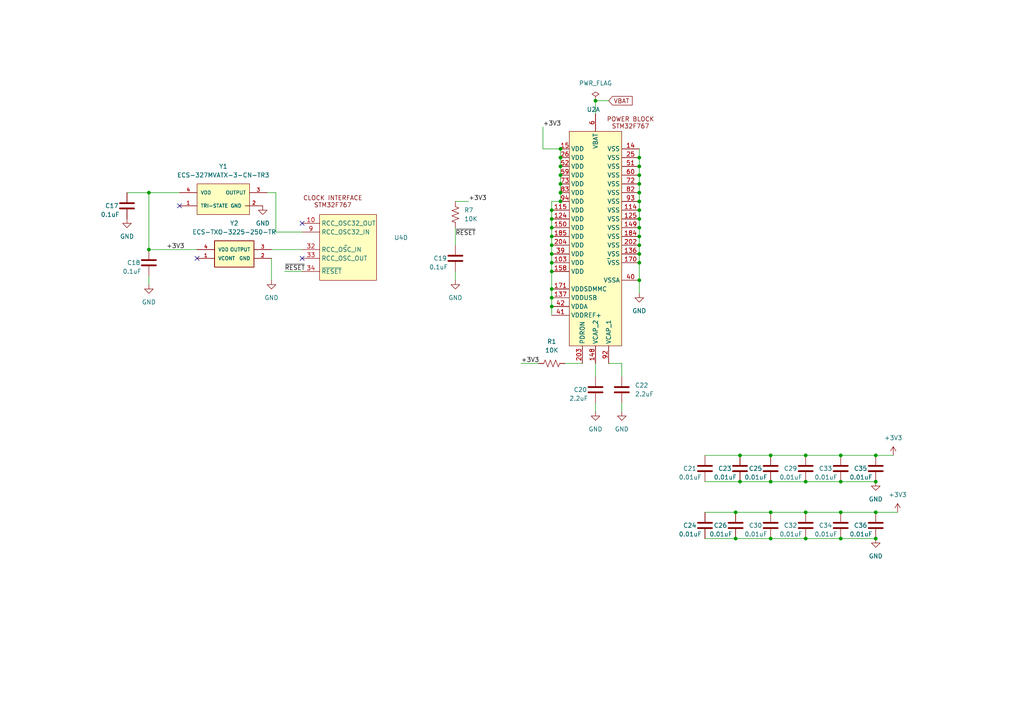
<source format=kicad_sch>
(kicad_sch (version 20230121) (generator eeschema)
  (paper "A4")
  (lib_symbols
    (symbol "Device:C" (pin_numbers hide) (pin_names (offset 0.254))
      (property "Reference" "C" (at 0.635 2.54 0))
      (property "Value" "C" (at 0.635 -2.54 0))
      (symbol "C_0_1"
        (polyline (pts (xy -2.032 -0.762) (xy 2.032 -0.762)) (stroke (width 0.508)))
        (polyline (pts (xy -2.032 0.762) (xy 2.032 0.762)) (stroke (width 0.508)))
      )
      (symbol "C_1_1"
        (pin passive line (at 0 3.81 270) (length 2.794) (name "~") (number "1"))
        (pin passive line (at 0 -3.81 90) (length 2.794) (name "~") (number "2"))
      )
    )
    (symbol "Device:R_US" (pin_numbers hide) (pin_names (offset 0))
      (property "Reference" "R" (at 2.54 0 90))
      (property "Value" "R_US" (at -2.54 0 90))
      (symbol "R_US_0_1"
        (polyline (pts (xy 0 -2.286) (xy 0 -2.54)))
        (polyline (pts (xy 0 2.286) (xy 0 2.54)))
        (polyline (pts (xy 0 -0.762) (xy 1.016 -1.143) (xy 0 -1.524) (xy -1.016 -1.905) (xy 0 -2.286)))
        (polyline (pts (xy 0 0.762) (xy 1.016 0.381) (xy 0 0) (xy -1.016 -0.381) (xy 0 -0.762)))
        (polyline (pts (xy 0 2.286) (xy 1.016 1.905) (xy 0 1.524) (xy -1.016 1.143) (xy 0 0.762)))
      )
      (symbol "R_US_1_1"
        (pin passive line (at 0 3.81 270) (length 1.27) (name "~") (number "1"))
        (pin passive line (at 0 -3.81 90) (length 1.27) (name "~") (number "2"))
      )
    )
    (symbol "Local_symbols:ECS-327MVATX-3-CN-TR3" (pin_names (offset 1.016))
      (property "Reference" "Y" (at -7.62 5.08 0))
      (property "Value" "ECS-327MVATX-3-CN-TR3" (at -11.43 -7.62 0))
      (symbol "ECS-327MVATX-3-CN-TR3_0_0"
        (rectangle (start -7.62 3.81) (end 7.62 -5.08) (stroke (width 0.1524)) (fill (type background)))
        (pin input line (at -12.7 -2.54 0) (length 5.08) (name "TRI-STATE") (number "1"))
        (pin power_in line (at 11.43 -2.54 180) (length 5.08) (name "GND") (number "2"))
        (pin output line (at 12.7 1.27 180) (length 5.08) (name "OUTPUT") (number "3"))
        (pin input line (at -12.7 1.27 0) (length 5.08) (name "VDD") (number "4"))
      )
    )
    (symbol "Local_symbols:ECS-TXO-3225-250-TR" (pin_names (offset 1.016))
      (property "Reference" "Y" (at -10.16 7.62 0))
      (property "Value" "ECS-TXO-3225-250-TR" (at -10.16 5.08 0))
      (symbol "ECS-TXO-3225-250-TR_0_0"
        (rectangle (start -5.08 3.81) (end 6.35 -3.81) (stroke (width 0.254)) (fill (type background)))
        (pin input line (at -10.16 -1.27 0) (length 5.08) (name "VCONT") (number "1"))
        (pin power_in line (at 11.43 -1.27 180) (length 5.08) (name "GND") (number "2"))
        (pin output line (at 11.43 1.27 180) (length 5.08) (name "OUTPUT") (number "3"))
        (pin input line (at -10.16 1.27 0) (length 5.08) (name "VDD") (number "4"))
      )
    )
    (symbol "Local_symbols:STM32F767BGT6"
      (property "Reference" "U" (at -11.43 74.93 0))
      (symbol "STM32F767BGT6_1_1"
        (rectangle (start -15.24 35.56) (end 0 -26.67) (fill (type background)))
        (text "POWER BLOCK\nSTM32F767\n" (at 2.54 38.1 0) (effects (font (size 1.27 1.27))))
        (pin power_in line (at -20.32 -2.54 0) (length 5.08) (name "VDD") (number "103"))
        (pin power_in line (at 5.08 12.7 180) (length 5.08) (name "VSS") (number "114"))
        (pin power_in line (at -20.32 12.7 0) (length 5.08) (name "VDD") (number "115"))
        (pin power_in line (at -20.32 10.16 0) (length 5.08) (name "VDD") (number "124"))
        (pin power_in line (at 5.08 10.16 180) (length 5.08) (name "VSS") (number "125"))
        (pin power_in line (at 5.08 0 180) (length 5.08) (name "VSS") (number "136"))
        (pin power_in line (at -20.32 -12.7 0) (length 5.08) (name "VDDUSB") (number "137"))
        (pin power_in line (at 5.08 30.48 180) (length 5.08) (name "VSS") (number "14"))
        (pin passive line (at -7.62 -31.75 90) (length 5.08) (name "VCAP_2") (number "148"))
        (pin power_in line (at 5.08 7.62 180) (length 5.08) (name "VSS") (number "149"))
        (pin power_in line (at -17.78 30.48 0) (length 2.54) (name "VDD") (number "15"))
        (pin power_in line (at -20.32 7.62 0) (length 5.08) (name "VDD") (number "150"))
        (pin power_in line (at -20.32 -5.08 0) (length 5.08) (name "VDD") (number "158"))
        (pin power_in line (at 5.08 -2.54 180) (length 5.08) (name "VSS") (number "170"))
        (pin power_in line (at -20.32 -10.16 0) (length 5.08) (name "VDDSDMMC") (number "171"))
        (pin power_in line (at 5.08 5.08 180) (length 5.08) (name "VSS") (number "184"))
        (pin power_in line (at -20.32 5.08 0) (length 5.08) (name "VDD") (number "185"))
        (pin power_in line (at 5.08 2.54 180) (length 5.08) (name "VSS") (number "202"))
        (pin passive line (at -11.43 -31.75 90) (length 5.08) (name "PDRON") (number "203"))
        (pin power_in line (at -20.32 2.54 0) (length 5.08) (name "VDD") (number "204"))
        (pin power_in line (at 5.08 27.94 180) (length 5.08) (name "VSS") (number "25"))
        (pin power_in line (at -17.78 27.94 0) (length 2.54) (name "VDD") (number "26"))
        (pin power_in line (at -20.32 0 0) (length 5.08) (name "VDD") (number "39"))
        (pin power_in line (at 5.08 -7.62 180) (length 5.08) (name "VSSA") (number "40"))
        (pin power_in line (at -20.32 -17.78 0) (length 5.08) (name "VDDREF+") (number "41"))
        (pin power_in line (at -20.32 -15.24 0) (length 5.08) (name "VDDA") (number "42"))
        (pin power_in line (at 5.08 25.4 180) (length 5.08) (name "VSS") (number "51"))
        (pin power_in line (at -17.78 25.4 0) (length 2.54) (name "VDD") (number "52"))
        (pin power_in line (at -17.78 22.86 0) (length 2.54) (name "VDD") (number "59"))
        (pin power_in line (at -7.62 40.64 270) (length 5.08) (name "VBAT") (number "6"))
        (pin power_in line (at 5.08 22.86 180) (length 5.08) (name "VSS") (number "60"))
        (pin power_in line (at 5.08 20.32 180) (length 5.08) (name "VSS") (number "72"))
        (pin power_in line (at -17.78 20.32 0) (length 2.54) (name "VDD") (number "73"))
        (pin power_in line (at 5.08 17.78 180) (length 5.08) (name "VSS") (number "82"))
        (pin power_in line (at -17.78 17.78 0) (length 2.54) (name "VDD") (number "83"))
        (pin passive line (at -3.81 -31.75 90) (length 5.08) (name "VCAP_1") (number "92"))
        (pin power_in line (at 5.08 15.24 180) (length 5.08) (name "VSS") (number "93"))
        (pin power_in line (at -17.78 15.24 0) (length 2.54) (name "VDD") (number "94"))
      )
      (symbol "STM32F767BGT6_2_1"
        (rectangle (start -15.24 69.85) (end 7.62 -39.37) (fill (type background)))
        (text "SDRAM INTERFACE\nSTM32F767" (at -3.81 72.39 0) (effects (font (size 1.27 1.27))))
        (pin bidirectional line (at -20.32 64.77 0) (length 5.08) (name "FMC_A23") (number "1") (alternate "PE2" bidirectional line))
        (pin bidirectional line (at 12.7 31.75 180) (length 5.08) (name "FMC_D13") (number "108"))
        (pin bidirectional line (at 12.7 34.29 180) (length 5.08) (name "FMC_D14") (number "109"))
        (pin bidirectional line (at 12.7 36.83 180) (length 5.08) (name "FMC_D15") (number "110"))
        (pin bidirectional line (at -20.32 46.99 0) (length 5.08) (name "FMC_A16") (number "111") (alternate "PD11" bidirectional line))
        (pin bidirectional line (at -20.32 49.53 0) (length 5.08) (name "FMC_A17") (number "112") (alternate "PD12" bidirectional line))
        (pin bidirectional line (at -20.32 52.07 0) (length 5.08) (name "FMC_A18") (number "113") (alternate "PD13" bidirectional line))
        (pin bidirectional line (at 12.7 -1.27 180) (length 5.08) (name "FMC_D0") (number "116"))
        (pin bidirectional line (at 12.7 1.27 180) (length 5.08) (name "FMC_D1") (number "117"))
        (pin bidirectional line (at -20.32 36.83 0) (length 5.08) (name "FMC_A12") (number "129"))
        (pin bidirectional line (at -20.32 39.37 0) (length 5.08) (name "FMC_A13") (number "130") (alternate "PG3" bidirectional line))
        (pin bidirectional line (at -20.32 41.91 0) (length 5.08) (name "FMC_A14/FMC_BA0") (number "131"))
        (pin bidirectional line (at -20.32 44.45 0) (length 5.08) (name "FMC_A15/FMC_BA1") (number "132"))
        (pin bidirectional line (at -20.32 -35.56 0) (length 5.08) (name "FMC_SDCLK") (number "135"))
        (pin bidirectional line (at 12.7 -12.7 180) (length 5.08) (name "~{FMC_E1}") (number "139") (alternate "PC7" tri_state line))
        (pin bidirectional line (at -20.32 6.35 0) (length 5.08) (name "FMC_A0") (number "16"))
        (pin bidirectional line (at 12.7 3.81 180) (length 5.08) (name "FMC_D2") (number "164"))
        (pin bidirectional line (at 12.7 6.35 180) (length 5.08) (name "FMC_D3") (number "165"))
        (pin bidirectional line (at 12.7 -17.78 180) (length 5.08) (name "~{FMC_OE}") (number "168") (alternate "PD4" bidirectional line))
        (pin bidirectional line (at 12.7 -20.32 180) (length 5.08) (name "~{FMC_WE}") (number "169") (alternate "PD5" bidirectional line))
        (pin bidirectional line (at -20.32 8.89 0) (length 5.08) (name "FMC_A1") (number "17"))
        (pin bidirectional line (at -20.32 11.43 0) (length 5.08) (name "FMC_A2") (number "18"))
        (pin bidirectional line (at -20.32 67.31 0) (length 5.08) (name "FMC_A24") (number "182") (alternate "PG13" bidirectional line))
        (pin bidirectional line (at -20.32 -22.86 0) (length 5.08) (name "~{FMC_SDCAS}") (number "191"))
        (pin bidirectional line (at 12.7 -15.24 180) (length 5.08) (name "~{FMC_L}") (number "196") (alternate "PB7" bidirectional line))
        (pin bidirectional line (at -20.32 54.61 0) (length 5.08) (name "FMC_A19") (number "2") (alternate "PE3" bidirectional line))
        (pin bidirectional line (at -20.32 -15.24 0) (length 5.08) (name "~{FMC_BL0}") (number "200"))
        (pin bidirectional line (at -20.32 -12.7 0) (length 5.08) (name "~{FMC_BL1}") (number "201"))
        (pin bidirectional line (at -20.32 13.97 0) (length 5.08) (name "FMC_A3") (number "22"))
        (pin bidirectional line (at -20.32 16.51 0) (length 5.08) (name "FMC_A4") (number "23"))
        (pin bidirectional line (at -20.32 19.05 0) (length 5.08) (name "FMC_A5") (number "24"))
        (pin bidirectional line (at -20.32 57.15 0) (length 5.08) (name "FMC_A20") (number "3") (alternate "PE4" bidirectional line))
        (pin bidirectional line (at -20.32 -20.32 0) (length 5.08) (name "~{FMC_SDWE}") (number "35"))
        (pin bidirectional line (at -20.32 0 0) (length 5.08) (name "~{FMC_SDE0}") (number "37"))
        (pin bidirectional line (at -20.32 -33.02 0) (length 5.08) (name "FMC_SDCKE0") (number "38"))
        (pin bidirectional line (at -20.32 59.69 0) (length 5.08) (name "FMC_A21") (number "4") (alternate "PE5" bidirectional line))
        (pin bidirectional line (at -20.32 62.23 0) (length 5.08) (name "FMC_A22") (number "5") (alternate "PE6" bidirectional line))
        (pin bidirectional line (at -20.32 -25.4 0) (length 5.08) (name "~{FMC_SDRAS}") (number "70"))
        (pin bidirectional line (at -20.32 21.59 0) (length 5.08) (name "FMC_A6") (number "71"))
        (pin bidirectional line (at -20.32 24.13 0) (length 5.08) (name "FMC_A7") (number "74"))
        (pin bidirectional line (at -20.32 26.67 0) (length 5.08) (name "FMC_A8") (number "75"))
        (pin bidirectional line (at -20.32 29.21 0) (length 5.08) (name "FMC_A9") (number "76"))
        (pin bidirectional line (at -20.32 31.75 0) (length 5.08) (name "FMC_A10") (number "77"))
        (pin bidirectional line (at -20.32 34.29 0) (length 5.08) (name "FMC_A11") (number "78"))
        (pin bidirectional line (at 12.7 8.89 180) (length 5.08) (name "FMC_D4") (number "79"))
        (pin bidirectional line (at 12.7 11.43 180) (length 5.08) (name "FMC_D5") (number "80"))
        (pin bidirectional line (at 12.7 13.97 180) (length 5.08) (name "FMC_D6") (number "81"))
        (pin bidirectional line (at 12.7 16.51 180) (length 5.08) (name "FMC_D7") (number "84"))
        (pin bidirectional line (at 12.7 19.05 180) (length 5.08) (name "FMC_D8") (number "85"))
        (pin bidirectional line (at 12.7 21.59 180) (length 5.08) (name "FMC_D9") (number "86"))
        (pin bidirectional line (at 12.7 24.13 180) (length 5.08) (name "FMC_D10") (number "87"))
        (pin bidirectional line (at 12.7 26.67 180) (length 5.08) (name "FMC_D11") (number "88"))
        (pin bidirectional line (at 12.7 29.21 180) (length 5.08) (name "FMC_D12") (number "89"))
        (pin bidirectional line (at -20.32 -2.54 0) (length 5.08) (name "~{FMC_SDE1}") (number "96") (alternate "PH6" bidirectional line))
        (pin bidirectional line (at -20.32 -30.48 0) (length 5.08) (name "FMC_SDCKE1") (number "97") (alternate "PH7" bidirectional line))
      )
      (symbol "STM32F767BGT6_3_1"
        (rectangle (start -16.51 8.89) (end 2.54 -12.7) (fill (type background)))
        (text "QUAD_SPI\nSTM32F767" (at -7.62 11.43 0) (effects (font (size 1.27 1.27))))
        (pin bidirectional line (at -21.59 -2.54 0) (length 5.08) (name "QUADSPI_BK1_IO3") (number "27"))
        (pin bidirectional line (at -21.59 0 0) (length 5.08) (name "QUADSPI_BK1_IO2") (number "28"))
        (pin bidirectional line (at -21.59 5.08 0) (length 5.08) (name "QUADSPI_BK1_IO0") (number "29"))
        (pin bidirectional line (at -21.59 2.54 0) (length 5.08) (name "QUADSPI_BK1_IO1") (number "30"))
        (pin bidirectional line (at -21.59 -7.62 0) (length 5.08) (name "QUADSPI_CLK") (number "31"))
        (pin bidirectional line (at -21.59 -10.16 0) (length 5.08) (name "~{QUADSPI_BK1_CS}") (number "90"))
      )
      (symbol "STM32F767BGT6_4_1"
        (rectangle (start -11.43 7.62) (end 5.08 -11.43) (fill (type background)))
        (text "CLOCK INTERFACE\nSTM32F767" (at -7.62 11.43 0) (effects (font (size 1.27 1.27))))
        (pin output line (at -16.51 5.08 0) (length 5.08) (name "RCC_OSC32_OUT") (number "10"))
        (pin input line (at -16.51 -2.54 0) (length 5.08) (name "RCC_OSC_IN") (number "32"))
        (pin output line (at -16.51 -5.08 0) (length 5.08) (name "RCC_OSC_OUT") (number "33"))
        (pin input line (at -16.51 -8.89 0) (length 5.08) (name "~{RESET}") (number "34"))
        (pin input line (at -16.51 2.54 0) (length 5.08) (name "RCC_OSC32_IN") (number "9"))
      )
      (symbol "STM32F767BGT6_5_1"
        (rectangle (start -6.35 8.89) (end 6.35 -11.43) (fill (type background)))
        (text "JTAG INTERFACE\nSTM32F767" (at 0 11.43 0) (effects (font (size 1.27 1.27))))
        (pin bidirectional line (at -11.43 6.35 0) (length 5.08) (name "TMS_SWDIO") (number "147"))
        (pin input line (at -11.43 3.81 0) (length 5.08) (name "TCK_SWCLK") (number "159"))
        (pin input line (at -11.43 -1.27 0) (length 5.08) (name "TDI") (number "160"))
        (pin bidirectional line (at -11.43 1.27 0) (length 5.08) (name "TDO_SW0") (number "192"))
        (pin input line (at -11.43 -3.81 0) (length 5.08) (name "TRST") (number "193"))
        (pin input line (at -11.43 -8.89 0) (length 5.08) (name "BOOT0") (number "197"))
      )
      (symbol "STM32F767BGT6_6_1"
        (rectangle (start -8.89 12.7) (end 8.89 -25.4) (fill (type background)))
        (text "ETHERNET INTERFACE\nSTM32F767" (at 0 15.24 0) (effects (font (size 1.27 1.27))))
        (pin output line (at -13.97 5.08 0) (length 5.08) (name "ETH_TXD0") (number "104"))
        (pin output line (at -13.97 2.54 0) (length 5.08) (name "ETH_TXD1") (number "105"))
        (pin output line (at -13.97 -17.78 0) (length 5.08) (name "ETH_MDC") (number "36"))
        (pin input line (at -13.97 -12.7 0) (length 5.08) (name "ETH_REF_CLK") (number "44"))
        (pin bidirectional line (at -13.97 -20.32 0) (length 5.08) (name "ETH_MDIO") (number "45"))
        (pin output line (at -13.97 -10.16 0) (length 5.08) (name "ETH_CRS_DV") (number "56"))
        (pin input line (at -13.97 -2.54 0) (length 5.08) (name "ETH_RXD0") (number "57"))
        (pin input line (at -13.97 -5.08 0) (length 5.08) (name "ETH_RXD1") (number "58"))
        (pin output line (at -13.97 8.89 0) (length 5.08) (name "ETH_TX_EN") (number "91"))
      )
      (symbol "STM32F767BGT6_7_1"
        (rectangle (start -15.24 35.56) (end 0 -53.34) (fill (type background)))
        (text "LCD INTERFACE\nSTM32F767\n" (at -7.62 38.1 0) (effects (font (size 1.27 1.27))))
        (pin output line (at 5.08 27.94 180) (length 5.08) (name "LCD_VSYNC") (number "11"))
        (pin output line (at 5.08 25.4 180) (length 5.08) (name "LCD_HSYNC") (number "12"))
        (pin output line (at 5.08 -17.78 180) (length 5.08) (name "LCD_G3") (number "122"))
        (pin output line (at 5.08 -15.24 180) (length 5.08) (name "LCD_G4") (number "123"))
        (pin output line (at 5.08 -7.62 180) (length 5.08) (name "LCD_G7") (number "128"))
        (pin output line (at 5.08 -10.16 180) (length 5.08) (name "LCD_G6") (number "13"))
        (pin output line (at 5.08 2.54 180) (length 5.08) (name "LCD_B2") (number "172"))
        (pin output line (at 5.08 -2.54 180) (length 5.08) (name "LCD_B0") (number "174"))
        (pin output line (at 5.08 0 180) (length 5.08) (name "LCD_B1") (number "175"))
        (pin output line (at 5.08 5.08 180) (length 5.08) (name "LCD_B3") (number "177"))
        (pin output line (at 5.08 7.62 180) (length 5.08) (name "LCD_B4") (number "181"))
        (pin output line (at 5.08 12.7 180) (length 5.08) (name "LCD_B6") (number "188"))
        (pin output line (at 5.08 15.24 180) (length 5.08) (name "LCD_B7") (number "189"))
        (pin output line (at 5.08 30.48 180) (length 5.08) (name "LCD_DE") (number "190"))
        (pin output line (at 5.08 22.86 180) (length 5.08) (name "LCD_CLK") (number "21"))
        (pin output line (at 5.08 -49.53 180) (length 5.08) (name "LCD_R0") (number "46"))
        (pin output line (at 5.08 -46.99 180) (length 5.08) (name "LCD_R1") (number "47"))
        (pin output line (at 5.08 -12.7 180) (length 5.08) (name "LCD_G5") (number "48"))
        (pin output line (at 5.08 10.16 180) (length 5.08) (name "LCD_B5") (number "50"))
        (pin output line (at 5.08 -39.37 180) (length 5.08) (name "LCD_R4") (number "54"))
        (pin output line (at 5.08 -20.32 180) (length 5.08) (name "LCD_G2") (number "55"))
        (pin output line (at 5.08 -22.86 180) (length 5.08) (name "LCD_G1") (number "61"))
        (pin output line (at 5.08 -25.4 180) (length 5.08) (name "LCD_G0") (number "62"))
        (pin output line (at 5.08 -31.75 180) (length 5.08) (name "LCD_R7") (number "65"))
        (pin output line (at 5.08 -44.45 180) (length 5.08) (name "LCD_R2") (number "66"))
        (pin output line (at 5.08 -41.91 180) (length 5.08) (name "LCD_R3") (number "67"))
        (pin output line (at 5.08 -36.83 180) (length 5.08) (name "LCD_R5") (number "69"))
        (pin output line (at 5.08 -34.29 180) (length 5.08) (name "LCD_R6") (number "95"))
      )
      (symbol "STM32F767BGT6_8_1"
        (rectangle (start -11.43 2.54) (end 3.81 -15.24) (fill (type background)))
        (text "SDCARD INTERFACE\nSTM32F767" (at -2.54 5.08 0) (effects (font (size 1.27 1.27))))
        (pin bidirectional line (at 8.89 0 180) (length 5.08) (name "SDMMC1_D0") (number "140"))
        (pin bidirectional line (at 8.89 -2.54 180) (length 5.08) (name "SDMMC1_D1") (number "141"))
        (pin bidirectional line (at 8.89 -5.08 180) (length 5.08) (name "SDMMC1_D2") (number "161"))
        (pin bidirectional line (at 8.89 -7.62 180) (length 5.08) (name "SDMMC1_D3") (number "162"))
        (pin bidirectional line (at 8.89 -10.16 180) (length 5.08) (name "SDMMC1_CK") (number "163"))
        (pin bidirectional line (at 8.89 -12.7 180) (length 5.08) (name "SDMMC1_CMD") (number "166"))
      )
      (symbol "STM32F767BGT6_9_1"
        (rectangle (start -13.97 7.62) (end 5.08 -10.16) (fill (type background)))
        (text "USB INTERFACE\nSTM32F767" (at -2.54 10.16 0) (effects (font (size 1.27 1.27))))
        (pin bidirectional line (at 10.16 -3.81 180) (length 5.08) (name "USB_OTG_FS_SOF") (number "142"))
        (pin bidirectional line (at 10.16 -6.35 180) (length 5.08) (name "USB_OTG_FS_VBUS") (number "143"))
        (pin bidirectional line (at 10.16 3.81 180) (length 5.08) (name "USB_OTG_FS_ID") (number "144"))
        (pin bidirectional line (at 10.16 1.27 180) (length 5.08) (name "USB_OTG_FS_DM") (number "145"))
        (pin bidirectional line (at 10.16 -1.27 180) (length 5.08) (name "USB_OTG_FS_DP") (number "146"))
      )
      (symbol "STM32F767BGT6_10_1"
        (rectangle (start -15.24 35.56) (end -2.54 -52.07) (fill (type background)))
        (text "POWER BLOCK\nSTM32F767\n" (at 2.54 38.1 0) (effects (font (size 1.27 1.27))))
        (pin bidirectional line (at 2.54 -3.81 180) (length 5.08) (name "PH10") (number "100"))
        (pin bidirectional line (at 2.54 -6.35 180) (length 5.08) (name "PH11") (number "101"))
        (pin bidirectional line (at 2.54 -8.89 180) (length 5.08) (name "PH12") (number "102"))
        (pin bidirectional line (at -20.32 7.62 0) (length 5.08) (name "PB14") (number "106"))
        (pin bidirectional line (at -20.32 5.08 0) (length 5.08) (name "PB15") (number "107"))
        (pin bidirectional line (at 2.54 -24.13 180) (length 5.08) (name "PJ6") (number "118"))
        (pin bidirectional line (at 2.54 -26.67 180) (length 5.08) (name "PJ7") (number "119"))
        (pin bidirectional line (at 2.54 -29.21 180) (length 5.08) (name "PJ8") (number "120"))
        (pin bidirectional line (at 2.54 -31.75 180) (length 5.08) (name "PJ9") (number "121"))
        (pin bidirectional line (at 2.54 -39.37 180) (length 5.08) (name "PK0") (number "126"))
        (pin bidirectional line (at 2.54 -41.91 180) (length 5.08) (name "PK1") (number "127"))
        (pin bidirectional line (at 2.54 22.86 180) (length 5.08) (name "PG6") (number "133"))
        (pin bidirectional line (at 2.54 20.32 180) (length 5.08) (name "PG7") (number "134"))
        (pin bidirectional line (at -20.32 0 0) (length 5.08) (name "PC6") (number "138"))
        (pin bidirectional line (at 2.54 -11.43 180) (length 5.08) (name "PH13") (number "151"))
        (pin bidirectional line (at 2.54 -13.97 180) (length 5.08) (name "PH14") (number "152"))
        (pin bidirectional line (at 2.54 -16.51 180) (length 5.08) (name "PH15") (number "153"))
        (pin bidirectional line (at -20.32 -13.97 0) (length 5.08) (name "PI0") (number "154"))
        (pin bidirectional line (at -20.32 -16.51 0) (length 5.08) (name "PI1") (number "155"))
        (pin bidirectional line (at -20.32 -19.05 0) (length 5.08) (name "PI2") (number "156"))
        (pin bidirectional line (at -20.32 -21.59 0) (length 5.08) (name "PI3") (number "157"))
        (pin bidirectional line (at -20.32 -6.35 0) (length 5.08) (name "PD3") (number "167"))
        (pin bidirectional line (at -20.32 -8.89 0) (length 5.08) (name "PD7") (number "173"))
        (pin bidirectional line (at 2.54 -34.29 180) (length 5.08) (name "PJ14") (number "176"))
        (pin bidirectional line (at 2.54 17.78 180) (length 5.08) (name "PG9") (number "178"))
        (pin bidirectional line (at 2.54 15.24 180) (length 5.08) (name "PG10") (number "179"))
        (pin bidirectional line (at 2.54 12.7 180) (length 5.08) (name "PG11") (number "180"))
        (pin bidirectional line (at 2.54 10.16 180) (length 5.08) (name "PG14") (number "183"))
        (pin bidirectional line (at 2.54 -44.45 180) (length 5.08) (name "PK3") (number "186"))
        (pin bidirectional line (at 2.54 -46.99 180) (length 5.08) (name "PK4") (number "187"))
        (pin bidirectional line (at -20.32 -36.83 0) (length 5.08) (name "PI12") (number "19"))
        (pin bidirectional line (at -20.32 20.32 0) (length 5.08) (name "PB5") (number "194"))
        (pin bidirectional line (at -20.32 17.78 0) (length 5.08) (name "PB6") (number "195"))
        (pin bidirectional line (at -20.32 12.7 0) (length 5.08) (name "PB8") (number "198"))
        (pin bidirectional line (at -20.32 10.16 0) (length 5.08) (name "PB9") (number "199"))
        (pin bidirectional line (at -20.32 -39.37 0) (length 5.08) (name "PI13") (number "20"))
        (pin bidirectional line (at -20.32 -24.13 0) (length 5.08) (name "PI4") (number "205"))
        (pin bidirectional line (at -20.32 -26.67 0) (length 5.08) (name "PI5") (number "206"))
        (pin bidirectional line (at -20.32 -29.21 0) (length 5.08) (name "PI6") (number "207"))
        (pin bidirectional line (at -20.32 -31.75 0) (length 5.08) (name "PI7") (number "208"))
        (pin bidirectional line (at -20.32 30.48 0) (length 5.08) (name "PA0/WKUP") (number "43"))
        (pin bidirectional line (at 2.54 3.81 180) (length 5.08) (name "PH5") (number "49"))
        (pin bidirectional line (at -20.32 27.94 0) (length 5.08) (name "PA4") (number "53"))
        (pin bidirectional line (at -20.32 22.86 0) (length 5.08) (name "PB2") (number "63"))
        (pin bidirectional line (at -20.32 -41.91 0) (length 5.08) (name "PI15") (number "64"))
        (pin bidirectional line (at 2.54 -21.59 180) (length 5.08) (name "PJ3") (number "68"))
        (pin bidirectional line (at -20.32 -34.29 0) (length 5.08) (name "PI8") (number "7"))
        (pin bidirectional line (at -20.32 -2.54 0) (length 5.08) (name "PC13") (number "8"))
        (pin bidirectional line (at 2.54 1.27 180) (length 5.08) (name "PH8") (number "98"))
        (pin bidirectional line (at 2.54 -1.27 180) (length 5.08) (name "PH9") (number "99"))
      )
    )
    (symbol "power:+3V3" (power) (pin_names (offset 0))
      (property "Value" "+3V3" (at 0 3.556 0))
      (symbol "+3V3_0_1"
        (polyline (pts (xy -0.762 1.27) (xy 0 2.54)))
        (polyline (pts (xy 0 0) (xy 0 2.54)))
        (polyline (pts (xy 0 2.54) (xy 0.762 1.27)))
      )
      (symbol "+3V3_1_1"
        (pin power_in line (at 0 0 90) (length 0) hide (name "+3V3") (number "1"))
      )
    )
    (symbol "power:GND" (power) (pin_names (offset 0))
      (property "Value" "GND" (at 0 -3.81 0))
      (symbol "GND_0_1"
        (polyline (pts (xy 0 0) (xy 0 -1.27) (xy 1.27 -1.27) (xy 0 -2.54) (xy -1.27 -1.27) (xy 0 -1.27)))
      )
      (symbol "GND_1_1"
        (pin power_in line (at 0 0 270) (length 0) hide (name "GND") (number "1"))
      )
    )
    (symbol "power:PWR_FLAG" (power) (pin_numbers hide) (pin_names (offset 0) hide)
      (property "Value" "PWR_FLAG" (at 0 3.81 0))
      (symbol "PWR_FLAG_0_0"
        (pin power_out line (at 0 0 90) (length 0) (name "pwr") (number "1"))
      )
      (symbol "PWR_FLAG_0_1"
        (polyline (pts (xy 0 0) (xy 0 1.27) (xy -1.016 1.905) (xy 0 2.54) (xy 1.016 1.905) (xy 0 1.27)))
      )
    )
  )
  (junction (at 160.02 88.9))
  (junction (at 254 156.21))
  (junction (at 160.02 76.2))
  (junction (at 162.56 43.18))
  (junction (at 185.42 81.28))
  (junction (at 223.52 132.08))
  (junction (at 162.56 50.8))
  (junction (at 162.56 45.72))
  (junction (at 160.02 71.12))
  (junction (at 233.68 156.21))
  (junction (at 243.84 156.21))
  (junction (at 160.02 83.82))
  (junction (at 185.42 48.26))
  (junction (at 160.02 63.5))
  (junction (at 185.42 68.58))
  (junction (at 160.02 73.66))
  (junction (at 233.68 139.7))
  (junction (at 185.42 60.96))
  (junction (at 185.42 45.72))
  (junction (at 185.42 58.42))
  (junction (at 243.84 139.7))
  (junction (at 160.02 86.36))
  (junction (at 185.42 55.88))
  (junction (at 160.02 78.74))
  (junction (at 243.84 132.08))
  (junction (at 223.52 139.7))
  (junction (at 162.56 53.34))
  (junction (at 223.52 148.59))
  (junction (at 185.42 53.34))
  (junction (at 185.42 50.8))
  (junction (at 43.18 55.88))
  (junction (at 254 139.7))
  (junction (at 213.36 148.59))
  (junction (at 213.36 156.21))
  (junction (at 160.02 68.58))
  (junction (at 223.52 156.21))
  (junction (at 243.84 148.59))
  (junction (at 185.42 63.5))
  (junction (at 162.56 55.88))
  (junction (at 214.63 132.08))
  (junction (at 185.42 66.04))
  (junction (at 185.42 71.12))
  (junction (at 214.63 139.7))
  (junction (at 254 132.08))
  (junction (at 233.68 132.08))
  (junction (at 185.42 73.66))
  (junction (at 160.02 60.96))
  (junction (at 172.72 29.21))
  (junction (at 160.02 66.04))
  (junction (at 185.42 76.2))
  (junction (at 162.56 48.26))
  (junction (at 162.56 58.42))
  (junction (at 233.68 148.59))
  (junction (at 254 148.59))
  (junction (at 43.18 72.39))
  (no_connect (at 57.15 74.93))
  (no_connect (at 87.63 64.77))
  (no_connect (at 87.63 74.93))
  (no_connect (at 52.07 59.69))
  (wire (pts (xy 162.56 50.8) (xy 162.56 53.34)))
  (wire (pts (xy 78.74 72.39) (xy 87.63 72.39)))
  (wire (pts (xy 172.72 105.41) (xy 172.72 109.22)))
  (wire (pts (xy 213.36 148.59) (xy 223.52 148.59)))
  (wire (pts (xy 160.02 63.5) (xy 160.02 66.04)))
  (wire (pts (xy 204.47 132.08) (xy 214.63 132.08)))
  (wire (pts (xy 43.18 72.39) (xy 57.15 72.39)))
  (wire (pts (xy 176.53 105.41) (xy 180.34 105.41)))
  (wire (pts (xy 243.84 156.21) (xy 254 156.21)))
  (wire (pts (xy 172.72 29.21) (xy 172.72 33.02)))
  (wire (pts (xy 160.02 58.42) (xy 160.02 60.96)))
  (wire (pts (xy 162.56 45.72) (xy 162.56 48.26)))
  (wire (pts (xy 185.42 63.5) (xy 185.42 66.04)))
  (wire (pts (xy 132.08 66.04) (xy 132.08 71.12)))
  (wire (pts (xy 243.84 148.59) (xy 254 148.59)))
  (wire (pts (xy 162.56 53.34) (xy 162.56 55.88)))
  (wire (pts (xy 185.42 85.09) (xy 185.42 81.28)))
  (wire (pts (xy 214.63 132.08) (xy 223.52 132.08)))
  (wire (pts (xy 233.68 139.7) (xy 243.84 139.7)))
  (wire (pts (xy 254 132.08) (xy 259.08 132.08)))
  (wire (pts (xy 185.42 60.96) (xy 185.42 63.5)))
  (wire (pts (xy 185.42 73.66) (xy 185.42 76.2)))
  (wire (pts (xy 160.02 71.12) (xy 160.02 73.66)))
  (wire (pts (xy 36.83 55.88) (xy 43.18 55.88)))
  (wire (pts (xy 223.52 139.7) (xy 233.68 139.7)))
  (wire (pts (xy 132.08 78.74) (xy 132.08 81.28)))
  (wire (pts (xy 180.34 105.41) (xy 180.34 109.22)))
  (wire (pts (xy 157.48 43.18) (xy 157.48 36.83)))
  (wire (pts (xy 204.47 139.7) (xy 214.63 139.7)))
  (wire (pts (xy 214.63 139.7) (xy 223.52 139.7)))
  (wire (pts (xy 243.84 139.7) (xy 254 139.7)))
  (wire (pts (xy 223.52 148.59) (xy 233.68 148.59)))
  (wire (pts (xy 185.42 68.58) (xy 185.42 71.12)))
  (wire (pts (xy 132.08 58.42) (xy 135.89 58.42)))
  (wire (pts (xy 160.02 76.2) (xy 160.02 78.74)))
  (wire (pts (xy 185.42 71.12) (xy 185.42 73.66)))
  (wire (pts (xy 233.68 156.21) (xy 243.84 156.21)))
  (wire (pts (xy 180.34 116.84) (xy 180.34 119.38)))
  (wire (pts (xy 151.13 105.41) (xy 156.21 105.41)))
  (wire (pts (xy 87.63 67.31) (xy 80.01 67.31)))
  (wire (pts (xy 163.83 105.41) (xy 168.91 105.41)))
  (wire (pts (xy 43.18 55.88) (xy 52.07 55.88)))
  (wire (pts (xy 160.02 68.58) (xy 160.02 71.12)))
  (wire (pts (xy 82.55 78.74) (xy 87.63 78.74)))
  (wire (pts (xy 185.42 50.8) (xy 185.42 53.34)))
  (wire (pts (xy 160.02 88.9) (xy 160.02 91.44)))
  (wire (pts (xy 172.72 29.21) (xy 176.53 29.21)))
  (wire (pts (xy 185.42 76.2) (xy 185.42 81.28)))
  (wire (pts (xy 43.18 72.39) (xy 43.18 55.88)))
  (wire (pts (xy 80.01 67.31) (xy 80.01 55.88)))
  (wire (pts (xy 160.02 66.04) (xy 160.02 68.58)))
  (wire (pts (xy 185.42 66.04) (xy 185.42 68.58)))
  (wire (pts (xy 223.52 132.08) (xy 233.68 132.08)))
  (wire (pts (xy 185.42 55.88) (xy 185.42 58.42)))
  (wire (pts (xy 213.36 156.21) (xy 223.52 156.21)))
  (wire (pts (xy 162.56 43.18) (xy 157.48 43.18)))
  (wire (pts (xy 162.56 55.88) (xy 162.56 58.42)))
  (wire (pts (xy 160.02 78.74) (xy 160.02 83.82)))
  (wire (pts (xy 254 148.59) (xy 260.35 148.59)))
  (wire (pts (xy 233.68 132.08) (xy 243.84 132.08)))
  (wire (pts (xy 185.42 48.26) (xy 185.42 50.8)))
  (wire (pts (xy 172.72 116.84) (xy 172.72 119.38)))
  (wire (pts (xy 160.02 60.96) (xy 160.02 63.5)))
  (wire (pts (xy 204.47 148.59) (xy 213.36 148.59)))
  (wire (pts (xy 160.02 86.36) (xy 160.02 88.9)))
  (wire (pts (xy 204.47 156.21) (xy 213.36 156.21)))
  (wire (pts (xy 80.01 55.88) (xy 77.47 55.88)))
  (wire (pts (xy 160.02 73.66) (xy 160.02 76.2)))
  (wire (pts (xy 162.56 48.26) (xy 162.56 50.8)))
  (wire (pts (xy 185.42 43.18) (xy 185.42 45.72)))
  (wire (pts (xy 233.68 148.59) (xy 243.84 148.59)))
  (wire (pts (xy 185.42 58.42) (xy 185.42 60.96)))
  (wire (pts (xy 243.84 132.08) (xy 254 132.08)))
  (wire (pts (xy 185.42 53.34) (xy 185.42 55.88)))
  (wire (pts (xy 160.02 58.42) (xy 162.56 58.42)))
  (wire (pts (xy 160.02 83.82) (xy 160.02 86.36)))
  (wire (pts (xy 43.18 80.01) (xy 43.18 82.55)))
  (wire (pts (xy 162.56 43.18) (xy 162.56 45.72)))
  (wire (pts (xy 223.52 156.21) (xy 233.68 156.21)))
  (wire (pts (xy 185.42 45.72) (xy 185.42 48.26)))
  (wire (pts (xy 78.74 74.93) (xy 78.74 81.28)))
  (label "~{RESET}" (at 82.55 78.74 0))
  (label "+3V3" (at 135.89 58.42 0))
  (label "+3V3" (at 151.13 105.41 0))
  (label "~{RESET}" (at 132.08 68.58 0))
  (label "+3V3" (at 157.48 36.83 0))
  (label "+3V3" (at 48.26 72.39 0))
  (global_label "VBAT" (shape input) (at 176.53 29.21 0) (property "Intersheetrefs" "${INTERSHEET_REFS}" (effects hide)))
  (symbol (lib_id "power:GND") (at 185.42 85.09 0) (unit 1)
    (property "Reference" "#PWR023" (effects hide))
    (property "Value" "GND" (at 185.42 90.17 0))
  )
  (symbol (lib_id "Local_symbols:ECS-TXO-3225-250-TR") (at 67.31 73.66 0) (unit 1)
    (property "Reference" "Y2" (at 67.945 64.77 0))
    (property "Value" "ECS-TXO-3225-250-TR" (at 67.945 67.31 0))
    (property "Footprint" "Local_Footprints:OSC_ECS-TXO-3225-250-TR" (effects hide))
    (property "PARTREV" "N/A" (effects hide))
    (property "MANUFACTURER" "ECS INC" (effects hide))
    (property "STANDARD" "Manufacturer Recommendations" (effects hide))
  )
  (symbol (lib_id "Local_symbols:STM32F767BGT6") (at 180.34 73.66 0) (unit 1)
    (property "Reference" "U2" (at 170.18 31.75 0) (effects (justify left)))
    (property "Value" "~" (at 176.53 74.93 0))
    (property "Footprint" "Local_Footprints:LQFP-208_STM" (effects hide))
    (pin "1" (alternate "PE2"))
    (pin "111" (alternate "PD11"))
    (pin "112" (alternate "PD12"))
    (pin "113" (alternate "PD13"))
    (pin "130" (alternate "PG3"))
    (pin "139" (alternate "PC7"))
    (pin "168" (alternate "PD4"))
    (pin "169" (alternate "PD5"))
    (pin "182" (alternate "PG13"))
    (pin "196" (alternate "PB7"))
    (pin "2" (alternate "PE3"))
    (pin "3" (alternate "PE4"))
    (pin "4" (alternate "PE5"))
    (pin "5" (alternate "PE6"))
    (pin "96" (alternate "PH6"))
    (pin "97" (alternate "PH7"))
  )
  (symbol (lib_id "Device:C") (at 233.68 152.4 0) (unit 1)
    (property "Reference" "C32" (at 227.33 152.4 0) (effects (justify left)))
    (property "Value" "0.01uF" (at 226.06 154.94 0) (effects (justify left)))
    (property "Footprint" "Capacitor_SMD:C_0402_1005Metric_Pad0.74x0.62mm_HandSolder" (effects hide))
  )
  (symbol (lib_id "Device:C") (at 213.36 152.4 0) (unit 1)
    (property "Reference" "C26" (at 207.01 152.4 0) (effects (justify left)))
    (property "Value" "0.01uF" (at 205.74 154.94 0) (effects (justify left)))
    (property "Footprint" "Capacitor_SMD:C_0402_1005Metric_Pad0.74x0.62mm_HandSolder" (effects hide))
  )
  (symbol (lib_id "Local_symbols:ECS-327MVATX-3-CN-TR3") (at 64.77 57.15 0) (unit 1)
    (property "Reference" "Y1" (at 64.77 48.26 0))
    (property "Value" "ECS-327MVATX-3-CN-TR3" (at 64.77 50.8 0))
    (property "Footprint" "Local_Footprints:OSC_ECS-2333-160-BN-TR" (effects hide))
    (property "PARTREV" "N/A" (effects hide))
    (property "MANUFACTURER" "ECS INC" (effects hide))
    (property "STANDARD" "Manufacturer Recommendations" (effects hide))
  )
  (symbol (lib_id "Device:C") (at 204.47 135.89 0) (unit 1)
    (property "Reference" "C21" (at 198.12 135.89 0) (effects (justify left)))
    (property "Value" "0.01uF" (at 196.85 138.43 0) (effects (justify left)))
    (property "Footprint" "Capacitor_SMD:C_0402_1005Metric_Pad0.74x0.62mm_HandSolder" (effects hide))
  )
  (symbol (lib_id "Device:C") (at 243.84 152.4 0) (unit 1)
    (property "Reference" "C34" (at 237.49 152.4 0) (effects (justify left)))
    (property "Value" "0.01uF" (at 236.22 154.94 0) (effects (justify left)))
    (property "Footprint" "Capacitor_SMD:C_0402_1005Metric_Pad0.74x0.62mm_HandSolder" (effects hide))
  )
  (symbol (lib_id "Local_symbols:STM32F767BGT6") (at 104.14 69.85 0) (unit 4)
    (property "Reference" "U4" (at 114.3 68.9221 0) (effects (justify left)))
    (property "Value" "~" (at 100.33 71.12 0))
    (property "Footprint" "Local_Footprints:LQFP-208_STM" (effects hide))
    (pin "1" (alternate "PE2"))
    (pin "111" (alternate "PD11"))
    (pin "112" (alternate "PD12"))
    (pin "113" (alternate "PD13"))
    (pin "130" (alternate "PG3"))
    (pin "139" (alternate "PC7"))
    (pin "168" (alternate "PD4"))
    (pin "169" (alternate "PD5"))
    (pin "182" (alternate "PG13"))
    (pin "196" (alternate "PB7"))
    (pin "2" (alternate "PE3"))
    (pin "3" (alternate "PE4"))
    (pin "4" (alternate "PE5"))
    (pin "5" (alternate "PE6"))
    (pin "96" (alternate "PH6"))
    (pin "97" (alternate "PH7"))
    (instances (project "stm32f767-som" (path "" (reference "U4") (unit 4)) (path "" (reference "U2") (unit 4))))
  )
  (symbol (lib_id "power:GND") (at 254 156.21 0) (unit 1)
    (property "Reference" "#PWR025" (effects hide))
    (property "Value" "GND" (at 254 161.29 0))
  )
  (symbol (lib_id "Device:C") (at 243.84 135.89 0) (unit 1)
    (property "Reference" "C33" (at 237.49 135.89 0) (effects (justify left)))
    (property "Value" "0.01uF" (at 236.22 138.43 0) (effects (justify left)))
    (property "Footprint" "Capacitor_SMD:C_0402_1005Metric_Pad0.74x0.62mm_HandSolder" (effects hide))
  )
  (symbol (lib_id "power:GND") (at 132.08 81.28 0) (unit 1)
    (property "Reference" "#PWR020" (effects hide))
    (property "Value" "GND" (at 132.08 86.36 0))
  )
  (symbol (lib_id "Device:C") (at 132.08 74.93 0) (unit 1)
    (property "Reference" "C19" (at 125.73 74.93 0) (effects (justify left)))
    (property "Value" "0.1uF" (at 124.46 77.47 0) (effects (justify left)))
    (property "Footprint" "Capacitor_SMD:C_0402_1005Metric_Pad0.74x0.62mm_HandSolder" (effects hide))
  )
  (symbol (lib_id "Device:C") (at 180.34 113.03 0) (unit 1)
    (property "Reference" "C22" (at 184.15 111.76 0) (effects (justify left)))
    (property "Value" "2.2uF" (at 184.15 114.3 0) (effects (justify left)))
    (property "Footprint" "Capacitor_SMD:C_0402_1005Metric_Pad0.74x0.62mm_HandSolder" (effects hide))
  )
  (symbol (lib_id "power:GND") (at 254 139.7 0) (unit 1)
    (property "Reference" "#PWR024" (effects hide))
    (property "Value" "GND" (at 254 144.78 0))
  )
  (symbol (lib_id "power:+3V3") (at 260.35 148.59 0) (unit 1)
    (property "Reference" "#PWR027" (effects hide))
    (property "Value" "+3V3" (at 260.35 143.51 0))
  )
  (symbol (lib_id "Device:C") (at 233.68 135.89 0) (unit 1)
    (property "Reference" "C29" (at 227.33 135.89 0) (effects (justify left)))
    (property "Value" "0.01uF" (at 226.06 138.43 0) (effects (justify left)))
    (property "Footprint" "Capacitor_SMD:C_0402_1005Metric_Pad0.74x0.62mm_HandSolder" (effects hide))
  )
  (symbol (lib_id "Device:C") (at 172.72 113.03 0) (unit 1)
    (property "Reference" "C20" (at 166.37 113.03 0) (effects (justify left)))
    (property "Value" "2.2uF" (at 165.1 115.57 0) (effects (justify left)))
    (property "Footprint" "Capacitor_SMD:C_0402_1005Metric_Pad0.74x0.62mm_HandSolder" (effects hide))
  )
  (symbol (lib_id "Device:C") (at 214.63 135.89 0) (unit 1)
    (property "Reference" "C23" (at 208.28 135.89 0) (effects (justify left)))
    (property "Value" "0.01uF" (at 207.01 138.43 0) (effects (justify left)))
    (property "Footprint" "Capacitor_SMD:C_0402_1005Metric_Pad0.74x0.62mm_HandSolder" (effects hide))
  )
  (symbol (lib_id "Device:C") (at 223.52 135.89 0) (unit 1)
    (property "Reference" "C25" (at 217.17 135.89 0) (effects (justify left)))
    (property "Value" "0.01uF" (at 215.9 138.43 0) (effects (justify left)))
    (property "Footprint" "Capacitor_SMD:C_0402_1005Metric_Pad0.74x0.62mm_HandSolder" (effects hide))
  )
  (symbol (lib_id "Device:R_US") (at 132.08 62.23 0) (unit 1)
    (property "Reference" "R7" (at 134.62 60.96 0) (effects (justify left)))
    (property "Value" "10K" (at 134.62 63.5 0) (effects (justify left)))
    (property "Footprint" "Resistor_SMD:R_0402_1005Metric_Pad0.72x0.64mm_HandSolder" (effects hide))
  )
  (symbol (lib_id "power:PWR_FLAG") (at 172.72 29.21 0) (unit 1)
    (property "Reference" "#FLG01" (effects hide))
    (property "Value" "PWR_FLAG" (at 172.72 24.13 0))
  )
  (symbol (lib_id "Device:C") (at 204.47 152.4 0) (unit 1)
    (property "Reference" "C24" (at 198.12 152.4 0) (effects (justify left)))
    (property "Value" "0.01uF" (at 196.85 154.94 0) (effects (justify left)))
    (property "Footprint" "Capacitor_SMD:C_0402_1005Metric_Pad0.74x0.62mm_HandSolder" (effects hide))
  )
  (symbol (lib_id "Device:R_US") (at 160.02 105.41 90) (unit 1)
    (property "Reference" "R1" (at 160.02 99.06 90))
    (property "Value" "10K" (at 160.02 101.6 90))
    (property "Footprint" "Resistor_SMD:R_0402_1005Metric_Pad0.72x0.64mm_HandSolder" (effects hide))
  )
  (symbol (lib_id "Device:C") (at 254 152.4 0) (unit 1)
    (property "Reference" "C36" (at 247.65 152.4 0) (effects (justify left)))
    (property "Value" "0.01uF" (at 246.38 154.94 0) (effects (justify left)))
    (property "Footprint" "Capacitor_SMD:C_0402_1005Metric_Pad0.74x0.62mm_HandSolder" (effects hide))
  )
  (symbol (lib_id "power:GND") (at 43.18 82.55 0) (unit 1)
    (property "Reference" "#PWR011" (effects hide))
    (property "Value" "GND" (at 43.18 87.63 0))
  )
  (symbol (lib_id "power:GND") (at 78.74 81.28 0) (unit 1)
    (property "Reference" "#PWR015" (effects hide))
    (property "Value" "GND" (at 78.74 86.36 0))
  )
  (symbol (lib_id "power:GND") (at 172.72 119.38 0) (unit 1)
    (property "Reference" "#PWR021" (effects hide))
    (property "Value" "GND" (at 172.72 124.46 0))
  )
  (symbol (lib_id "Device:C") (at 36.83 59.69 0) (unit 1)
    (property "Reference" "C17" (at 30.48 59.69 0) (effects (justify left)))
    (property "Value" "0.1uF" (at 29.21 62.23 0) (effects (justify left)))
    (property "Footprint" "Capacitor_SMD:C_0402_1005Metric_Pad0.74x0.62mm_HandSolder" (effects hide))
  )
  (symbol (lib_id "power:+3V3") (at 259.08 132.08 0) (unit 1)
    (property "Reference" "#PWR026" (effects hide))
    (property "Value" "+3V3" (at 259.08 127 0))
  )
  (symbol (lib_id "Device:C") (at 43.18 76.2 0) (unit 1)
    (property "Reference" "C18" (at 36.83 76.2 0) (effects (justify left)))
    (property "Value" "0.1uF" (at 35.56 78.74 0) (effects (justify left)))
    (property "Footprint" "Capacitor_SMD:C_0402_1005Metric_Pad0.74x0.62mm_HandSolder" (effects hide))
  )
  (symbol (lib_id "power:GND") (at 180.34 119.38 0) (unit 1)
    (property "Reference" "#PWR022" (effects hide))
    (property "Value" "GND" (at 180.34 124.46 0))
  )
  (symbol (lib_id "Device:C") (at 223.52 152.4 0) (unit 1)
    (property "Reference" "C30" (at 217.17 152.4 0) (effects (justify left)))
    (property "Value" "0.01uF" (at 215.9 154.94 0) (effects (justify left)))
    (property "Footprint" "Capacitor_SMD:C_0402_1005Metric_Pad0.74x0.62mm_HandSolder" (effects hide))
  )
  (symbol (lib_id "power:GND") (at 36.83 63.5 0) (unit 1)
    (property "Reference" "#PWR010" (effects hide))
    (property "Value" "GND" (at 36.83 68.58 0))
  )
  (symbol (lib_id "Device:C") (at 254 135.89 0) (unit 1)
    (property "Reference" "C35" (at 247.65 135.89 0) (effects (justify left)))
    (property "Value" "0.01uF" (at 246.38 138.43 0) (effects (justify left)))
    (property "Footprint" "Capacitor_SMD:C_0402_1005Metric_Pad0.74x0.62mm_HandSolder" (effects hide))
  )
  (symbol (lib_id "power:GND") (at 76.2 59.69 0) (unit 1)
    (property "Reference" "#PWR014" (effects hide))
    (property "Value" "GND" (at 76.2 64.77 0))
  )
)
</source>
